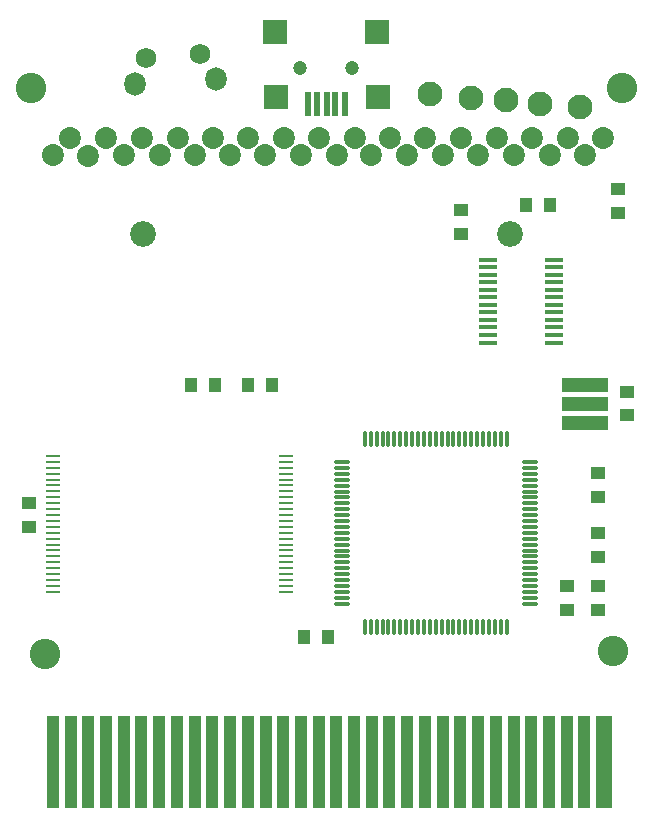
<source format=gbr>
%TF.GenerationSoftware,KiCad,Pcbnew,(6.0.2)*%
%TF.CreationDate,2022-11-15T22:57:49-06:00*%
%TF.ProjectId,REF1714,52454631-3731-4342-9e6b-696361645f70,rev?*%
%TF.SameCoordinates,Original*%
%TF.FileFunction,Soldermask,Top*%
%TF.FilePolarity,Negative*%
%FSLAX46Y46*%
G04 Gerber Fmt 4.6, Leading zero omitted, Abs format (unit mm)*
G04 Created by KiCad (PCBNEW (6.0.2)) date 2022-11-15 22:57:49*
%MOMM*%
%LPD*%
G01*
G04 APERTURE LIST*
%ADD10R,1.300000X1.000000*%
%ADD11C,2.100000*%
%ADD12O,0.300000X1.400000*%
%ADD13O,1.400000X0.300000*%
%ADD14R,1.580000X0.400000*%
%ADD15C,1.860000*%
%ADD16R,1.000000X1.300000*%
%ADD17R,4.000000X1.250000*%
%ADD18R,1.030000X7.780000*%
%ADD19R,1.430000X7.780000*%
%ADD20R,1.206500X0.279400*%
%ADD21O,1.800000X2.000000*%
%ADD22C,1.750000*%
%ADD23R,0.500000X2.000000*%
%ADD24R,2.000000X2.000000*%
%ADD25C,1.200000*%
%ADD26C,2.180000*%
%ADD27C,2.580000*%
G04 APERTURE END LIST*
D10*
%TO.C,R4*%
X174014000Y-101934000D03*
X174015000Y-103958000D03*
%TD*%
%TO.C,R2*%
X171433000Y-111501000D03*
X171434000Y-113525000D03*
%TD*%
D11*
%TO.C,J2*%
X163254000Y-70184000D03*
X166198000Y-70421000D03*
X169095000Y-70697000D03*
X159809000Y-69863000D03*
X172509200Y-70935000D03*
%TD*%
D12*
%TO.C,U2*%
X154277000Y-114981000D03*
X154777000Y-114981000D03*
X155277000Y-114981000D03*
X155777000Y-114981000D03*
X156277000Y-114981000D03*
X156777000Y-114981000D03*
X157277000Y-114981000D03*
X157777000Y-114981000D03*
X158277000Y-114981000D03*
X158777000Y-114981000D03*
X159277000Y-114981000D03*
X159777000Y-114981000D03*
X160277000Y-114981000D03*
X160777000Y-114981000D03*
X161277000Y-114981000D03*
X161777000Y-114981000D03*
X162277000Y-114981000D03*
X162777000Y-114981000D03*
X163277000Y-114981000D03*
X163777000Y-114981000D03*
X164277000Y-114981000D03*
X164777000Y-114981000D03*
X165277000Y-114981000D03*
X165777000Y-114981000D03*
X166277000Y-114981000D03*
D13*
X168227000Y-113031000D03*
X168227000Y-112531000D03*
X168227000Y-112031000D03*
X168227000Y-111531000D03*
X168227000Y-111031000D03*
X168227000Y-110531000D03*
X168227000Y-110031000D03*
X168227000Y-109531000D03*
X168227000Y-109031000D03*
X168227000Y-108531000D03*
X168227000Y-108031000D03*
X168227000Y-107531000D03*
X168227000Y-107031000D03*
X168227000Y-106531000D03*
X168227000Y-106031000D03*
X168227000Y-105531000D03*
X168227000Y-105031000D03*
X168227000Y-104531000D03*
X168227000Y-104031000D03*
X168227000Y-103531000D03*
X168227000Y-103031000D03*
X168227000Y-102531000D03*
X168227000Y-102031000D03*
X168227000Y-101531000D03*
X168227000Y-101031000D03*
D12*
X166277000Y-99081000D03*
X165777000Y-99081000D03*
X165277000Y-99081000D03*
X164777000Y-99081000D03*
X164277000Y-99081000D03*
X163777000Y-99081000D03*
X163277000Y-99081000D03*
X162777000Y-99081000D03*
X162277000Y-99081000D03*
X161777000Y-99081000D03*
X161277000Y-99081000D03*
X160777000Y-99081000D03*
X160277000Y-99081000D03*
X159777000Y-99081000D03*
X159277000Y-99081000D03*
X158777000Y-99081000D03*
X158277000Y-99081000D03*
X157777000Y-99081000D03*
X157277000Y-99081000D03*
X156777000Y-99081000D03*
X156277000Y-99081000D03*
X155777000Y-99081000D03*
X155277000Y-99081000D03*
X154777000Y-99081000D03*
X154277000Y-99081000D03*
D13*
X152327000Y-101031000D03*
X152327000Y-101531000D03*
X152327000Y-102031000D03*
X152327000Y-102531000D03*
X152327000Y-103031000D03*
X152327000Y-103531000D03*
X152327000Y-104031000D03*
X152327000Y-104531000D03*
X152327000Y-105031000D03*
X152327000Y-105531000D03*
X152327000Y-106031000D03*
X152327000Y-106531000D03*
X152327000Y-107031000D03*
X152327000Y-107531000D03*
X152327000Y-108031000D03*
X152327000Y-108531000D03*
X152327000Y-109031000D03*
X152327000Y-109531000D03*
X152327000Y-110031000D03*
X152327000Y-110531000D03*
X152327000Y-111031000D03*
X152327000Y-111531000D03*
X152327000Y-112031000D03*
X152327000Y-112531000D03*
X152327000Y-113031000D03*
%TD*%
D14*
%TO.C,U4*%
X170275000Y-90941000D03*
X170277000Y-90263000D03*
X170275000Y-89627000D03*
X170277000Y-89033000D03*
X170277000Y-88359000D03*
X170278000Y-87723000D03*
X170276000Y-87089000D03*
X170276000Y-86453000D03*
X170276000Y-85817000D03*
X170277000Y-85183000D03*
X170276000Y-84547000D03*
X170276000Y-83913000D03*
X164680000Y-83916000D03*
X164680000Y-84548000D03*
X164679000Y-85185000D03*
X164681000Y-85817000D03*
X164680000Y-86453000D03*
X164681000Y-87093000D03*
X164681000Y-87724000D03*
X164681000Y-88358000D03*
X164682000Y-89033000D03*
X164681000Y-89628000D03*
X164680000Y-90264000D03*
X164682000Y-90938000D03*
%TD*%
D15*
%TO.C,J4*%
X174476000Y-73571000D03*
X172929500Y-75079000D03*
X171461100Y-73570900D03*
X169913000Y-75077000D03*
X168443000Y-73571000D03*
X166897000Y-75079000D03*
X165428600Y-73570900D03*
X163879000Y-75078000D03*
X162453000Y-73572000D03*
X160904200Y-75079000D03*
X159396100Y-73570900D03*
X157844000Y-75079000D03*
X156379800Y-73570900D03*
X154830000Y-75079000D03*
X153444000Y-73570000D03*
X151893000Y-75080000D03*
X150423000Y-73571000D03*
X148878000Y-75078000D03*
X147409000Y-73572000D03*
X145861000Y-75080000D03*
X144393000Y-73570000D03*
X142848000Y-75078000D03*
X141415000Y-73569000D03*
X139871000Y-75079000D03*
X138480000Y-73574000D03*
X136929000Y-75077000D03*
X135384000Y-73572000D03*
X133877000Y-75079000D03*
X132370000Y-73572000D03*
X130863000Y-75087000D03*
X129348000Y-73572000D03*
X127844500Y-75079000D03*
%TD*%
D16*
%TO.C,C5*%
X167943000Y-79274500D03*
X169967000Y-79273500D03*
%TD*%
D10*
%TO.C,R3*%
X174053000Y-111497000D03*
X174054000Y-113521000D03*
%TD*%
%TO.C,C4*%
X174016000Y-107056000D03*
X174017000Y-109080000D03*
%TD*%
D16*
%TO.C,R1*%
X139527000Y-94554000D03*
X141551000Y-94553000D03*
%TD*%
%TO.C,C3*%
X149131000Y-115863500D03*
X151155000Y-115862500D03*
%TD*%
D17*
%TO.C,Y1*%
X172947000Y-97736000D03*
X172947000Y-94490000D03*
X172945000Y-96110000D03*
%TD*%
D10*
%TO.C,R6*%
X162384000Y-79668000D03*
X162385000Y-81692000D03*
%TD*%
D18*
%TO.C,J3*%
X127859000Y-126447000D03*
X129366000Y-126447000D03*
X130861000Y-126447000D03*
X132368000Y-126447000D03*
X133859000Y-126447000D03*
X135366000Y-126447000D03*
X136861000Y-126447000D03*
X138368000Y-126457000D03*
X139862000Y-126452000D03*
X141361000Y-126456000D03*
X142880000Y-126456000D03*
X144363000Y-126456000D03*
X145870000Y-126456000D03*
X147363000Y-126455000D03*
X148870000Y-126455000D03*
X150377000Y-126455000D03*
X151860000Y-126455000D03*
X153362000Y-126455000D03*
X154868000Y-126455000D03*
X156363000Y-126455000D03*
X157870000Y-126455000D03*
X159365000Y-126455000D03*
X160869000Y-126460000D03*
X162364000Y-126448000D03*
X163859000Y-126448000D03*
X165366000Y-126448000D03*
X166866000Y-126447000D03*
X168361000Y-126447000D03*
X169880000Y-126447000D03*
X171369000Y-126454000D03*
X172864000Y-126454000D03*
D19*
X174562000Y-126454000D03*
%TD*%
D20*
%TO.C,U1*%
X147600250Y-112019499D03*
X147600250Y-111519500D03*
X147600250Y-111019501D03*
X147600250Y-110519499D03*
X147600250Y-110019500D03*
X147600250Y-109519501D03*
X147600250Y-109019500D03*
X147600250Y-108519501D03*
X147600250Y-108019499D03*
X147600250Y-107519500D03*
X147600250Y-107019501D03*
X147600250Y-106519500D03*
X147600250Y-106019500D03*
X147600250Y-105519499D03*
X147600250Y-105019500D03*
X147600250Y-104519501D03*
X147600250Y-104019499D03*
X147600250Y-103519500D03*
X147600250Y-103019499D03*
X147600250Y-102519500D03*
X147600250Y-102019501D03*
X147600250Y-101519499D03*
X147600250Y-101019500D03*
X147600250Y-100519499D03*
X127902550Y-100519501D03*
X127902550Y-101019500D03*
X127902550Y-101519499D03*
X127902550Y-102019501D03*
X127902550Y-102519500D03*
X127902550Y-103019501D03*
X127902550Y-103519500D03*
X127902550Y-104019499D03*
X127902550Y-104519501D03*
X127902550Y-105019500D03*
X127902550Y-105519502D03*
X127902550Y-106019500D03*
X127902550Y-106519500D03*
X127902550Y-107019501D03*
X127902550Y-107519500D03*
X127902550Y-108019499D03*
X127902550Y-108519501D03*
X127902550Y-109019500D03*
X127902550Y-109519501D03*
X127902550Y-110019500D03*
X127902550Y-110519499D03*
X127902550Y-111019501D03*
X127902550Y-111519500D03*
X127902550Y-112019501D03*
%TD*%
D21*
%TO.C,SW1*%
X134808000Y-69065000D03*
D22*
X135711000Y-66809000D03*
X140278000Y-66491000D03*
D21*
X141637000Y-68599000D03*
%TD*%
D10*
%TO.C,C1*%
X125834000Y-104515000D03*
X125835000Y-106539000D03*
%TD*%
D23*
%TO.C,J1*%
X152585000Y-70750000D03*
X151792000Y-70746000D03*
X151038000Y-70746000D03*
X150247000Y-70750000D03*
X149486000Y-70750000D03*
D24*
X146749000Y-70113000D03*
X155361000Y-70115000D03*
X146711000Y-64595000D03*
X155324000Y-64597000D03*
D25*
X148811000Y-67654000D03*
X153218000Y-67654000D03*
%TD*%
D26*
%TO.C,U3*%
X135516000Y-81730000D03*
X166590000Y-81734000D03*
%TD*%
D10*
%TO.C,R5*%
X176432000Y-95069000D03*
X176433000Y-97093000D03*
%TD*%
%TO.C,C6*%
X175719000Y-77885000D03*
X175720000Y-79909000D03*
%TD*%
D27*
%TO.C,DrillHoles*%
X127221000Y-117246000D03*
X125993000Y-69391000D03*
X176038000Y-69386000D03*
X175285900Y-117048700D03*
%TD*%
D16*
%TO.C,C2*%
X144368000Y-94554500D03*
X146392000Y-94553500D03*
%TD*%
M02*

</source>
